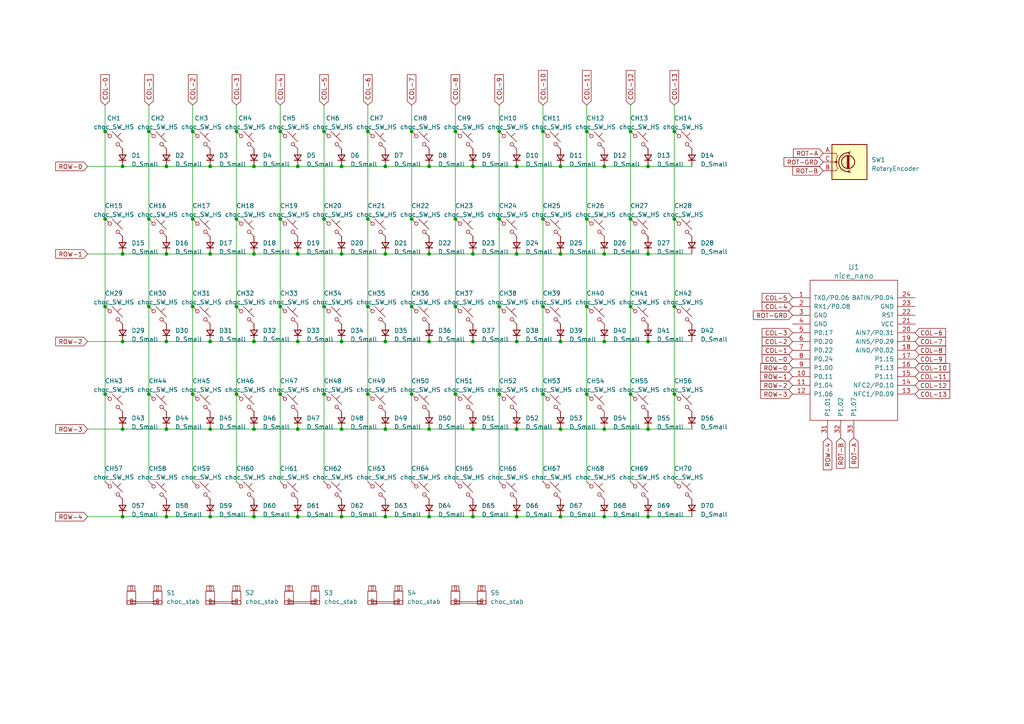
<source format=kicad_sch>
(kicad_sch (version 20230121) (generator eeschema)
  (paper "A4")
  (junction (at 68.58 88.9))
  (junction (at 119.38 38.1))
  (junction (at 132.08 114.3))
  (junction (at 175.26 48.26))
  (junction (at 137.16 124.46))
  (junction (at 73.66 73.66))
  (junction (at 68.58 38.1))
  (junction (at 170.18 63.5))
  (junction (at 99.06 99.06))
  (junction (at 195.58 38.1))
  (junction (at 43.18 88.9))
  (junction (at 149.86 99.06))
  (junction (at 86.36 99.06))
  (junction (at 35.56 73.66))
  (junction (at 182.88 114.3))
  (junction (at 48.26 149.86))
  (junction (at 175.26 149.86))
  (junction (at 30.48 88.9))
  (junction (at 60.96 124.46))
  (junction (at 137.16 149.86))
  (junction (at 99.06 48.26))
  (junction (at 111.76 48.26))
  (junction (at 111.76 124.46))
  (junction (at 195.58 114.3))
  (junction (at 35.56 99.06))
  (junction (at 187.96 99.06))
  (junction (at 30.48 114.3))
  (junction (at 111.76 73.66))
  (junction (at 106.68 63.5))
  (junction (at 68.58 63.5))
  (junction (at 48.26 73.66))
  (junction (at 30.48 38.1))
  (junction (at 60.96 48.26))
  (junction (at 55.88 114.3))
  (junction (at 60.96 99.06))
  (junction (at 195.58 63.5))
  (junction (at 170.18 38.1))
  (junction (at 93.98 114.3))
  (junction (at 60.96 149.86))
  (junction (at 86.36 124.46))
  (junction (at 182.88 38.1))
  (junction (at 137.16 99.06))
  (junction (at 43.18 114.3))
  (junction (at 175.26 99.06))
  (junction (at 86.36 48.26))
  (junction (at 35.56 149.86))
  (junction (at 68.58 114.3))
  (junction (at 43.18 63.5))
  (junction (at 124.46 124.46))
  (junction (at 137.16 48.26))
  (junction (at 48.26 99.06))
  (junction (at 119.38 63.5))
  (junction (at 86.36 73.66))
  (junction (at 144.78 114.3))
  (junction (at 187.96 48.26))
  (junction (at 157.48 63.5))
  (junction (at 55.88 63.5))
  (junction (at 182.88 63.5))
  (junction (at 149.86 73.66))
  (junction (at 149.86 149.86))
  (junction (at 124.46 73.66))
  (junction (at 111.76 99.06))
  (junction (at 55.88 38.1))
  (junction (at 162.56 48.26))
  (junction (at 48.26 124.46))
  (junction (at 182.88 88.9))
  (junction (at 149.86 48.26))
  (junction (at 48.26 48.26))
  (junction (at 149.86 124.46))
  (junction (at 195.58 88.9))
  (junction (at 175.26 124.46))
  (junction (at 170.18 114.3))
  (junction (at 93.98 88.9))
  (junction (at 144.78 88.9))
  (junction (at 162.56 99.06))
  (junction (at 124.46 99.06))
  (junction (at 55.88 88.9))
  (junction (at 73.66 48.26))
  (junction (at 43.18 38.1))
  (junction (at 106.68 88.9))
  (junction (at 73.66 124.46))
  (junction (at 86.36 149.86))
  (junction (at 93.98 63.5))
  (junction (at 187.96 124.46))
  (junction (at 119.38 88.9))
  (junction (at 170.18 88.9))
  (junction (at 81.28 114.3))
  (junction (at 73.66 99.06))
  (junction (at 93.98 38.1))
  (junction (at 132.08 88.9))
  (junction (at 187.96 73.66))
  (junction (at 106.68 114.3))
  (junction (at 144.78 63.5))
  (junction (at 162.56 149.86))
  (junction (at 81.28 38.1))
  (junction (at 187.96 149.86))
  (junction (at 73.66 149.86))
  (junction (at 119.38 114.3))
  (junction (at 157.48 38.1))
  (junction (at 111.76 149.86))
  (junction (at 60.96 73.66))
  (junction (at 124.46 48.26))
  (junction (at 30.48 63.5))
  (junction (at 162.56 73.66))
  (junction (at 132.08 38.1))
  (junction (at 157.48 88.9))
  (junction (at 99.06 149.86))
  (junction (at 144.78 38.1))
  (junction (at 132.08 63.5))
  (junction (at 175.26 73.66))
  (junction (at 35.56 48.26))
  (junction (at 81.28 88.9))
  (junction (at 162.56 124.46))
  (junction (at 81.28 63.5))
  (junction (at 106.68 38.1))
  (junction (at 124.46 149.86))
  (junction (at 137.16 73.66))
  (junction (at 99.06 73.66))
  (junction (at 157.48 114.3))
  (junction (at 35.56 124.46))
  (junction (at 99.06 124.46))
  (wire (pts (xy 25.4 149.86) (xy 35.56 149.86)))
  (wire (pts (xy 111.76 48.26) (xy 124.46 48.26)))
  (wire (pts (xy 157.48 30.48) (xy 157.48 38.1)))
  (wire (pts (xy 132.08 114.3) (xy 132.08 139.7)))
  (wire (pts (xy 124.46 99.06) (xy 137.16 99.06)))
  (wire (pts (xy 144.78 114.3) (xy 144.78 139.7)))
  (wire (pts (xy 73.66 48.26) (xy 86.36 48.26)))
  (wire (pts (xy 30.48 63.5) (xy 30.48 88.9)))
  (wire (pts (xy 157.48 63.5) (xy 157.48 88.9)))
  (wire (pts (xy 68.58 30.48) (xy 68.58 38.1)))
  (wire (pts (xy 144.78 88.9) (xy 144.78 114.3)))
  (wire (pts (xy 48.26 48.26) (xy 60.96 48.26)))
  (wire (pts (xy 170.18 114.3) (xy 170.18 139.7)))
  (wire (pts (xy 30.48 38.1) (xy 30.48 63.5)))
  (wire (pts (xy 187.96 99.06) (xy 200.66 99.06)))
  (wire (pts (xy 111.76 99.06) (xy 124.46 99.06)))
  (wire (pts (xy 149.86 124.46) (xy 162.56 124.46)))
  (wire (pts (xy 86.36 99.06) (xy 99.06 99.06)))
  (wire (pts (xy 60.96 149.86) (xy 73.66 149.86)))
  (wire (pts (xy 99.06 48.26) (xy 111.76 48.26)))
  (wire (pts (xy 124.46 124.46) (xy 137.16 124.46)))
  (wire (pts (xy 157.48 88.9) (xy 157.48 114.3)))
  (wire (pts (xy 137.16 99.06) (xy 149.86 99.06)))
  (wire (pts (xy 149.86 48.26) (xy 162.56 48.26)))
  (wire (pts (xy 170.18 38.1) (xy 170.18 63.5)))
  (wire (pts (xy 175.26 149.86) (xy 187.96 149.86)))
  (wire (pts (xy 60.96 48.26) (xy 73.66 48.26)))
  (wire (pts (xy 144.78 38.1) (xy 144.78 63.5)))
  (wire (pts (xy 25.4 48.26) (xy 35.56 48.26)))
  (wire (pts (xy 99.06 124.46) (xy 111.76 124.46)))
  (wire (pts (xy 195.58 30.48) (xy 195.58 38.1)))
  (wire (pts (xy 106.68 38.1) (xy 106.68 63.5)))
  (wire (pts (xy 162.56 124.46) (xy 175.26 124.46)))
  (wire (pts (xy 93.98 114.3) (xy 93.98 139.7)))
  (wire (pts (xy 162.56 73.66) (xy 175.26 73.66)))
  (wire (pts (xy 35.56 99.06) (xy 48.26 99.06)))
  (wire (pts (xy 137.16 124.46) (xy 149.86 124.46)))
  (wire (pts (xy 106.68 114.3) (xy 106.68 139.7)))
  (wire (pts (xy 30.48 114.3) (xy 30.48 139.7)))
  (wire (pts (xy 175.26 48.26) (xy 187.96 48.26)))
  (wire (pts (xy 43.18 88.9) (xy 43.18 114.3)))
  (wire (pts (xy 132.08 38.1) (xy 132.08 63.5)))
  (wire (pts (xy 170.18 30.48) (xy 170.18 38.1)))
  (wire (pts (xy 195.58 38.1) (xy 195.58 63.5)))
  (wire (pts (xy 48.26 149.86) (xy 60.96 149.86)))
  (wire (pts (xy 60.96 73.66) (xy 73.66 73.66)))
  (wire (pts (xy 81.28 88.9) (xy 81.28 114.3)))
  (wire (pts (xy 132.08 30.48) (xy 132.08 38.1)))
  (wire (pts (xy 124.46 48.26) (xy 137.16 48.26)))
  (wire (pts (xy 182.88 38.1) (xy 182.88 63.5)))
  (wire (pts (xy 43.18 38.1) (xy 43.18 63.5)))
  (wire (pts (xy 137.16 149.86) (xy 149.86 149.86)))
  (wire (pts (xy 43.18 30.48) (xy 43.18 38.1)))
  (wire (pts (xy 182.88 63.5) (xy 182.88 88.9)))
  (wire (pts (xy 99.06 73.66) (xy 111.76 73.66)))
  (wire (pts (xy 73.66 149.86) (xy 86.36 149.86)))
  (wire (pts (xy 73.66 73.66) (xy 86.36 73.66)))
  (wire (pts (xy 30.48 88.9) (xy 30.48 114.3)))
  (wire (pts (xy 157.48 114.3) (xy 157.48 139.7)))
  (wire (pts (xy 25.4 99.06) (xy 35.56 99.06)))
  (wire (pts (xy 124.46 73.66) (xy 137.16 73.66)))
  (wire (pts (xy 48.26 73.66) (xy 60.96 73.66)))
  (wire (pts (xy 149.86 73.66) (xy 162.56 73.66)))
  (wire (pts (xy 35.56 124.46) (xy 48.26 124.46)))
  (wire (pts (xy 99.06 99.06) (xy 111.76 99.06)))
  (wire (pts (xy 35.56 48.26) (xy 48.26 48.26)))
  (wire (pts (xy 81.28 63.5) (xy 81.28 88.9)))
  (wire (pts (xy 175.26 124.46) (xy 187.96 124.46)))
  (wire (pts (xy 35.56 149.86) (xy 48.26 149.86)))
  (wire (pts (xy 86.36 73.66) (xy 99.06 73.66)))
  (wire (pts (xy 187.96 73.66) (xy 200.66 73.66)))
  (wire (pts (xy 162.56 99.06) (xy 175.26 99.06)))
  (wire (pts (xy 73.66 99.06) (xy 86.36 99.06)))
  (wire (pts (xy 81.28 114.3) (xy 81.28 139.7)))
  (wire (pts (xy 195.58 63.5) (xy 195.58 88.9)))
  (wire (pts (xy 35.56 73.66) (xy 48.26 73.66)))
  (wire (pts (xy 93.98 63.5) (xy 93.98 88.9)))
  (wire (pts (xy 124.46 149.86) (xy 137.16 149.86)))
  (wire (pts (xy 119.38 114.3) (xy 119.38 139.7)))
  (wire (pts (xy 195.58 114.3) (xy 195.58 139.7)))
  (wire (pts (xy 170.18 88.9) (xy 170.18 114.3)))
  (wire (pts (xy 93.98 88.9) (xy 93.98 114.3)))
  (wire (pts (xy 25.4 73.66) (xy 35.56 73.66)))
  (wire (pts (xy 99.06 149.86) (xy 111.76 149.86)))
  (wire (pts (xy 43.18 63.5) (xy 43.18 88.9)))
  (wire (pts (xy 55.88 88.9) (xy 55.88 114.3)))
  (wire (pts (xy 182.88 30.48) (xy 182.88 38.1)))
  (wire (pts (xy 60.96 124.46) (xy 73.66 124.46)))
  (wire (pts (xy 119.38 88.9) (xy 119.38 114.3)))
  (wire (pts (xy 162.56 149.86) (xy 175.26 149.86)))
  (wire (pts (xy 55.88 114.3) (xy 55.88 139.7)))
  (wire (pts (xy 30.48 30.48) (xy 30.48 38.1)))
  (wire (pts (xy 48.26 124.46) (xy 60.96 124.46)))
  (wire (pts (xy 106.68 63.5) (xy 106.68 88.9)))
  (wire (pts (xy 149.86 99.06) (xy 162.56 99.06)))
  (wire (pts (xy 162.56 48.26) (xy 175.26 48.26)))
  (wire (pts (xy 81.28 30.48) (xy 81.28 38.1)))
  (wire (pts (xy 68.58 114.3) (xy 68.58 139.7)))
  (wire (pts (xy 106.68 30.48) (xy 106.68 38.1)))
  (wire (pts (xy 119.38 30.48) (xy 119.38 38.1)))
  (wire (pts (xy 43.18 114.3) (xy 43.18 139.7)))
  (wire (pts (xy 111.76 124.46) (xy 124.46 124.46)))
  (wire (pts (xy 48.26 99.06) (xy 60.96 99.06)))
  (wire (pts (xy 144.78 30.48) (xy 144.78 38.1)))
  (wire (pts (xy 93.98 30.48) (xy 93.98 38.1)))
  (wire (pts (xy 73.66 124.46) (xy 86.36 124.46)))
  (wire (pts (xy 86.36 149.86) (xy 99.06 149.86)))
  (wire (pts (xy 182.88 114.3) (xy 182.88 139.7)))
  (wire (pts (xy 170.18 63.5) (xy 170.18 88.9)))
  (wire (pts (xy 55.88 30.48) (xy 55.88 38.1)))
  (wire (pts (xy 182.88 88.9) (xy 182.88 114.3)))
  (wire (pts (xy 119.38 63.5) (xy 119.38 88.9)))
  (wire (pts (xy 187.96 124.46) (xy 200.66 124.46)))
  (wire (pts (xy 55.88 63.5) (xy 55.88 88.9)))
  (wire (pts (xy 149.86 149.86) (xy 162.56 149.86)))
  (wire (pts (xy 111.76 73.66) (xy 124.46 73.66)))
  (wire (pts (xy 175.26 99.06) (xy 187.96 99.06)))
  (wire (pts (xy 119.38 38.1) (xy 119.38 63.5)))
  (wire (pts (xy 93.98 38.1) (xy 93.98 63.5)))
  (wire (pts (xy 86.36 124.46) (xy 99.06 124.46)))
  (wire (pts (xy 157.48 38.1) (xy 157.48 63.5)))
  (wire (pts (xy 175.26 73.66) (xy 187.96 73.66)))
  (wire (pts (xy 187.96 48.26) (xy 200.66 48.26)))
  (wire (pts (xy 25.4 124.46) (xy 35.56 124.46)))
  (wire (pts (xy 60.96 99.06) (xy 73.66 99.06)))
  (wire (pts (xy 86.36 48.26) (xy 99.06 48.26)))
  (wire (pts (xy 68.58 38.1) (xy 68.58 63.5)))
  (wire (pts (xy 144.78 63.5) (xy 144.78 88.9)))
  (wire (pts (xy 55.88 38.1) (xy 55.88 63.5)))
  (wire (pts (xy 106.68 88.9) (xy 106.68 114.3)))
  (wire (pts (xy 81.28 38.1) (xy 81.28 63.5)))
  (wire (pts (xy 111.76 149.86) (xy 124.46 149.86)))
  (wire (pts (xy 137.16 73.66) (xy 149.86 73.66)))
  (wire (pts (xy 132.08 88.9) (xy 132.08 114.3)))
  (wire (pts (xy 68.58 63.5) (xy 68.58 88.9)))
  (wire (pts (xy 68.58 88.9) (xy 68.58 114.3)))
  (wire (pts (xy 187.96 149.86) (xy 200.66 149.86)))
  (wire (pts (xy 132.08 63.5) (xy 132.08 88.9)))
  (wire (pts (xy 137.16 48.26) (xy 149.86 48.26)))
  (wire (pts (xy 195.58 88.9) (xy 195.58 114.3)))
  (global_label "COL-2" (shape input) (at 229.87 99.06 180) (property "Intersheetrefs" "${INTERSHEET_REFS}" (effects hide)))
  (global_label "COL-7" (shape input) (at 119.38 30.48 90) (property "Intersheetrefs" "${INTERSHEET_REFS}" (effects hide)))
  (global_label "COL-5" (shape input) (at 93.98 30.48 90) (property "Intersheetrefs" "${INTERSHEET_REFS}" (effects hide)))
  (global_label "COL-6" (shape input) (at 265.43 96.52 0) (property "Intersheetrefs" "${INTERSHEET_REFS}" (effects hide)))
  (global_label "COL-1" (shape input) (at 43.18 30.48 90) (property "Intersheetrefs" "${INTERSHEET_REFS}" (effects hide)))
  (global_label "COL-3" (shape input) (at 68.58 30.48 90) (property "Intersheetrefs" "${INTERSHEET_REFS}" (effects hide)))
  (global_label "COL-12" (shape input) (at 265.43 111.76 0) (property "Intersheetrefs" "${INTERSHEET_REFS}" (effects hide)))
  (global_label "ROT-A" (shape input) (at 247.65 127 270) (property "Intersheetrefs" "${INTERSHEET_REFS}" (effects hide)))
  (global_label "COL-8" (shape input) (at 265.43 101.6 0) (property "Intersheetrefs" "${INTERSHEET_REFS}" (effects hide)))
  (global_label "COL-10" (shape input) (at 157.48 30.48 90) (property "Intersheetrefs" "${INTERSHEET_REFS}" (effects hide)))
  (global_label "COL-7" (shape input) (at 265.43 99.06 0) (property "Intersheetrefs" "${INTERSHEET_REFS}" (effects hide)))
  (global_label "COL-13" (shape input) (at 195.58 30.48 90) (property "Intersheetrefs" "${INTERSHEET_REFS}" (effects hide)))
  (global_label "COL-11" (shape input) (at 265.43 109.22 0) (property "Intersheetrefs" "${INTERSHEET_REFS}" (effects hide)))
  (global_label "COL-12" (shape input) (at 182.88 30.48 90) (property "Intersheetrefs" "${INTERSHEET_REFS}" (effects hide)))
  (global_label "COL-9" (shape input) (at 144.78 30.48 90) (property "Intersheetrefs" "${INTERSHEET_REFS}" (effects hide)))
  (global_label "ROW-2" (shape input) (at 229.87 111.76 180) (property "Intersheetrefs" "${INTERSHEET_REFS}" (effects hide)))
  (global_label "COL-9" (shape input) (at 265.43 104.14 0) (property "Intersheetrefs" "${INTERSHEET_REFS}" (effects hide)))
  (global_label "COL-2" (shape input) (at 55.88 30.48 90) (property "Intersheetrefs" "${INTERSHEET_REFS}" (effects hide)))
  (global_label "COL-0" (shape input) (at 229.87 104.14 180) (property "Intersheetrefs" "${INTERSHEET_REFS}" (effects hide)))
  (global_label "ROW-3" (shape input) (at 25.4 124.46 180) (property "Intersheetrefs" "${INTERSHEET_REFS}" (effects hide)))
  (global_label "ROW-3" (shape input) (at 229.87 114.3 180) (property "Intersheetrefs" "${INTERSHEET_REFS}" (effects hide)))
  (global_label "COL-6" (shape input) (at 106.68 30.48 90) (property "Intersheetrefs" "${INTERSHEET_REFS}" (effects hide)))
  (global_label "COL-1" (shape input) (at 229.87 101.6 180) (property "Intersheetrefs" "${INTERSHEET_REFS}" (effects hide)))
  (global_label "COL-5" (shape input) (at 229.87 86.36 180) (property "Intersheetrefs" "${INTERSHEET_REFS}" (effects hide)))
  (global_label "ROT-B" (shape input) (at 238.76 49.53 180) (property "Intersheetrefs" "${INTERSHEET_REFS}" (effects hide)))
  (global_label "ROT-B" (shape input) (at 243.84 127 270) (property "Intersheetrefs" "${INTERSHEET_REFS}" (effects hide)))
  (global_label "COL-3" (shape input) (at 229.87 96.52 180) (property "Intersheetrefs" "${INTERSHEET_REFS}" (effects hide)))
  (global_label "COL-13" (shape input) (at 265.43 114.3 0) (property "Intersheetrefs" "${INTERSHEET_REFS}" (effects hide)))
  (global_label "ROW-1" (shape input) (at 229.87 109.22 180) (property "Intersheetrefs" "${INTERSHEET_REFS}" (effects hide)))
  (global_label "ROW-4" (shape input) (at 25.4 149.86 180) (property "Intersheetrefs" "${INTERSHEET_REFS}" (effects hide)))
  (global_label "ROW-0" (shape input) (at 25.4 48.26 180) (property "Intersheetrefs" "${INTERSHEET_REFS}" (effects hide)))
  (global_label "ROT-GRD" (shape input) (at 238.76 46.99 180) (property "Intersheetrefs" "${INTERSHEET_REFS}" (effects hide)))
  (global_label "ROW-1" (shape input) (at 25.4 73.66 180) (property "Intersheetrefs" "${INTERSHEET_REFS}" (effects hide)))
  (global_label "ROW-0" (shape input) (at 229.87 106.68 180) (property "Intersheetrefs" "${INTERSHEET_REFS}" (effects hide)))
  (global_label "COL-11" (shape input) (at 170.18 30.48 90) (property "Intersheetrefs" "${INTERSHEET_REFS}" (effects hide)))
  (global_label "ROW-4" (shape input) (at 240.03 127 270) (property "Intersheetrefs" "${INTERSHEET_REFS}" (effects hide)))
  (global_label "ROT-A" (shape input) (at 238.76 44.45 180) (property "Intersheetrefs" "${INTERSHEET_REFS}" (effects hide)))
  (global_label "COL-10" (shape input) (at 265.43 106.68 0) (property "Intersheetrefs" "${INTERSHEET_REFS}" (effects hide)))
  (global_label "COL-8" (shape input) (at 132.08 30.48 90) (property "Intersheetrefs" "${INTERSHEET_REFS}" (effects hide)))
  (global_label "ROW-2" (shape input) (at 25.4 99.06 180) (property "Intersheetrefs" "${INTERSHEET_REFS}" (effects hide)))
  (global_label "ROT-GRD" (shape input) (at 229.87 91.44 180) (property "Intersheetrefs" "${INTERSHEET_REFS}" (effects hide)))
  (global_label "COL-4" (shape input) (at 229.87 88.9 180) (property "Intersheetrefs" "${INTERSHEET_REFS}" (effects hide)))
  (global_label "COL-0" (shape input) (at 30.48 30.48 90) (property "Intersheetrefs" "${INTERSHEET_REFS}" (effects hide)))
  (global_label "COL-4" (shape input) (at 81.28 30.48 90) (property "Intersheetrefs" "${INTERSHEET_REFS}" (effects hide)))
  (symbol (lib_id "marbastlib-choc:choc_SW_HS") (at 45.72 40.64 0) (unit 1)
    (property "Reference" "CH2" (at 45.72 34.29 0))
    (property "Value" "choc_SW_HS" (at 45.72 36.83 0))
    (property "Footprint" "marbastlib-choc:SW_choc_v1_HS_1u" (effects hide))
  )
  (symbol (lib_id "Device:D_Small") (at 111.76 71.12 90) (unit 1)
    (property "Reference" "D21" (at 114.3 70.485 90) (effects (justify right)))
    (property "Value" "D_Small" (at 114.3 73.025 90) (effects (justify right)))
    (property "Footprint" "Diode_SMD:D_SOD-123" (effects hide))
  )
  (symbol (lib_id "Device:D_Small") (at 48.26 121.92 90) (unit 1)
    (property "Reference" "D44" (at 50.8 121.285 90) (effects (justify right)))
    (property "Value" "D_Small" (at 50.8 123.825 90) (effects (justify right)))
    (property "Footprint" "Diode_SMD:D_SOD-123" (effects hide))
  )
  (symbol (lib_id "marbastlib-choc:choc_SW_HS") (at 172.72 142.24 0) (unit 1)
    (property "Reference" "CH68" (at 172.72 135.89 0))
    (property "Value" "choc_SW_HS" (at 172.72 138.43 0))
    (property "Footprint" "marbastlib-choc:SW_choc_v1_HS_1u" (effects hide))
  )
  (symbol (lib_id "marbastlib-choc:choc_SW_HS") (at 45.72 66.04 0) (unit 1)
    (property "Reference" "CH16" (at 45.72 59.69 0))
    (property "Value" "choc_SW_HS" (at 45.72 62.23 0))
    (property "Footprint" "marbastlib-choc:SW_choc_v1_HS_1u" (effects hide))
  )
  (symbol (lib_id "Device:D_Small") (at 99.06 45.72 90) (unit 1)
    (property "Reference" "D6" (at 101.6 45.085 90) (effects (justify right)))
    (property "Value" "D_Small" (at 101.6 47.625 90) (effects (justify right)))
    (property "Footprint" "Diode_SMD:D_SOD-123" (effects hide))
  )
  (symbol (lib_id "marbastlib-choc:choc_SW_HS") (at 134.62 66.04 0) (unit 1)
    (property "Reference" "CH23" (at 134.62 59.69 0))
    (property "Value" "choc_SW_HS" (at 134.62 62.23 0))
    (property "Footprint" "marbastlib-choc:SW_choc_v1_HS_1u" (effects hide))
  )
  (symbol (lib_id "Device:D_Small") (at 99.06 96.52 90) (unit 1)
    (property "Reference" "D34" (at 101.6 95.885 90) (effects (justify right)))
    (property "Value" "D_Small" (at 101.6 98.425 90) (effects (justify right)))
    (property "Footprint" "Diode_SMD:D_SOD-123" (effects hide))
  )
  (symbol (lib_id "Device:D_Small") (at 35.56 121.92 90) (unit 1)
    (property "Reference" "D43" (at 38.1 121.285 90) (effects (justify right)))
    (property "Value" "D_Small" (at 38.1 123.825 90) (effects (justify right)))
    (property "Footprint" "Diode_SMD:D_SOD-123" (effects hide))
  )
  (symbol (lib_id "Device:D_Small") (at 73.66 45.72 90) (unit 1)
    (property "Reference" "D4" (at 76.2 45.085 90) (effects (justify right)))
    (property "Value" "D_Small" (at 76.2 47.625 90) (effects (justify right)))
    (property "Footprint" "Diode_SMD:D_SOD-123" (effects hide))
  )
  (symbol (lib_id "nice_nano:nice_nano") (at 247.65 100.33 0) (unit 1)
    (property "Reference" "U1" (at 247.65 77.47 0) (effects (font (size 1.524 1.524))))
    (property "Value" "nice_nano" (at 247.65 80.01 0) (effects (font (size 1.524 1.524))))
    (property "Footprint" "nice-nano-kicad-master:nice_nano" (effects hide))
  )
  (symbol (lib_id "Device:D_Small") (at 200.66 71.12 90) (unit 1)
    (property "Reference" "D28" (at 203.2 70.485 90) (effects (justify right)))
    (property "Value" "D_Small" (at 203.2 73.025 90) (effects (justify right)))
    (property "Footprint" "Diode_SMD:D_SOD-123" (effects hide))
  )
  (symbol (lib_id "marbastlib-choc:choc_SW_HS") (at 71.12 142.24 0) (unit 1)
    (property "Reference" "CH60" (at 71.12 135.89 0))
    (property "Value" "choc_SW_HS" (at 71.12 138.43 0))
    (property "Footprint" "marbastlib-choc:SW_choc_v1_HS_1u" (effects hide))
  )
  (symbol (lib_id "Device:D_Small") (at 124.46 71.12 90) (unit 1)
    (property "Reference" "D22" (at 127 70.485 90) (effects (justify right)))
    (property "Value" "D_Small" (at 127 73.025 90) (effects (justify right)))
    (property "Footprint" "Diode_SMD:D_SOD-123" (effects hide))
  )
  (symbol (lib_id "Device:D_Small") (at 149.86 71.12 90) (unit 1)
    (property "Reference" "D24" (at 152.4 70.485 90) (effects (justify right)))
    (property "Value" "D_Small" (at 152.4 73.025 90) (effects (justify right)))
    (property "Footprint" "Diode_SMD:D_SOD-123" (effects hide))
  )
  (symbol (lib_id "Device:D_Small") (at 60.96 121.92 90) (unit 1)
    (property "Reference" "D45" (at 63.5 121.285 90) (effects (justify right)))
    (property "Value" "D_Small" (at 63.5 123.825 90) (effects (justify right)))
    (property "Footprint" "Diode_SMD:D_SOD-123" (effects hide))
  )
  (symbol (lib_id "marbastlib-choc:choc_SW_HS") (at 198.12 116.84 0) (unit 1)
    (property "Reference" "CH56" (at 198.12 110.49 0))
    (property "Value" "choc_SW_HS" (at 198.12 113.03 0))
    (property "Footprint" "marbastlib-choc:SW_choc_v1_HS_1u" (effects hide))
  )
  (symbol (lib_id "Device:D_Small") (at 187.96 71.12 90) (unit 1)
    (property "Reference" "D27" (at 190.5 70.485 90) (effects (justify right)))
    (property "Value" "D_Small" (at 190.5 73.025 90) (effects (justify right)))
    (property "Footprint" "Diode_SMD:D_SOD-123" (effects hide))
  )
  (symbol (lib_id "marbastlib-choc:choc_SW_HS") (at 109.22 142.24 0) (unit 1)
    (property "Reference" "CH63" (at 109.22 135.89 0))
    (property "Value" "choc_SW_HS" (at 109.22 138.43 0))
    (property "Footprint" "marbastlib-choc:SW_choc_v1_HS_1u" (effects hide))
  )
  (symbol (lib_id "marbastlib-choc:choc_SW_HS") (at 185.42 91.44 0) (unit 1)
    (property "Reference" "CH41" (at 185.42 85.09 0))
    (property "Value" "choc_SW_HS" (at 185.42 87.63 0))
    (property "Footprint" "marbastlib-choc:SW_choc_v1_HS_1u" (effects hide))
  )
  (symbol (lib_id "marbastlib-choc:choc_SW_HS") (at 147.32 66.04 0) (unit 1)
    (property "Reference" "CH24" (at 147.32 59.69 0))
    (property "Value" "choc_SW_HS" (at 147.32 62.23 0))
    (property "Footprint" "marbastlib-choc:SW_choc_v1_HS_1u" (effects hide))
  )
  (symbol (lib_id "marbastlib-choc:choc_SW_HS") (at 83.82 116.84 0) (unit 1)
    (property "Reference" "CH47" (at 83.82 110.49 0))
    (property "Value" "choc_SW_HS" (at 83.82 113.03 0))
    (property "Footprint" "marbastlib-choc:SW_choc_v1_HS_1u" (effects hide))
  )
  (symbol (lib_id "marbastlib-choc:choc_SW_HS") (at 160.02 91.44 0) (unit 1)
    (property "Reference" "CH39" (at 160.02 85.09 0))
    (property "Value" "choc_SW_HS" (at 160.02 87.63 0))
    (property "Footprint" "marbastlib-choc:SW_choc_v1_HS_1u" (effects hide))
  )
  (symbol (lib_id "Device:D_Small") (at 162.56 147.32 90) (unit 1)
    (property "Reference" "D67" (at 165.1 146.685 90) (effects (justify right)))
    (property "Value" "D_Small" (at 165.1 149.225 90) (effects (justify right)))
    (property "Footprint" "Diode_SMD:D_SOD-123" (effects hide))
  )
  (symbol (lib_id "Device:D_Small") (at 86.36 45.72 90) (unit 1)
    (property "Reference" "D5" (at 88.9 45.085 90) (effects (justify right)))
    (property "Value" "D_Small" (at 88.9 47.625 90) (effects (justify right)))
    (property "Footprint" "Diode_SMD:D_SOD-123" (effects hide))
  )
  (symbol (lib_id "Device:D_Small") (at 73.66 147.32 90) (unit 1)
    (property "Reference" "D60" (at 76.2 146.685 90) (effects (justify right)))
    (property "Value" "D_Small" (at 76.2 149.225 90) (effects (justify right)))
    (property "Footprint" "Diode_SMD:D_SOD-123" (effects hide))
  )
  (symbol (lib_id "Device:D_Small") (at 200.66 121.92 90) (unit 1)
    (property "Reference" "D56" (at 203.2 121.285 90) (effects (justify right)))
    (property "Value" "D_Small" (at 203.2 123.825 90) (effects (justify right)))
    (property "Footprint" "Diode_SMD:D_SOD-123" (effects hide))
  )
  (symbol (lib_id "Device:D_Small") (at 60.96 45.72 90) (unit 1)
    (property "Reference" "D3" (at 63.5 45.085 90) (effects (justify right)))
    (property "Value" "D_Small" (at 63.5 47.625 90) (effects (justify right)))
    (property "Footprint" "Diode_SMD:D_SOD-123" (effects hide))
  )
  (symbol (lib_id "Device:D_Small") (at 124.46 147.32 90) (unit 1)
    (property "Reference" "D64" (at 127 146.685 90) (effects (justify right)))
    (property "Value" "D_Small" (at 127 149.225 90) (effects (justify right)))
    (property "Footprint" "Diode_SMD:D_SOD-123" (effects hide))
  )
  (symbol (lib_id "Device:D_Small") (at 200.66 147.32 90) (unit 1)
    (property "Reference" "D70" (at 203.2 146.685 90) (effects (justify right)))
    (property "Value" "D_Small" (at 203.2 149.225 90) (effects (justify right)))
    (property "Footprint" "Diode_SMD:D_SOD-123" (effects hide))
  )
  (symbol (lib_id "Device:D_Small") (at 86.36 147.32 90) (unit 1)
    (property "Reference" "D61" (at 88.9 146.685 90) (effects (justify right)))
    (property "Value" "D_Small" (at 88.9 149.225 90) (effects (justify right)))
    (property "Footprint" "Diode_SMD:D_SOD-123" (effects hide))
  )
  (symbol (lib_id "Device:D_Small") (at 137.16 45.72 90) (unit 1)
    (property "Reference" "D9" (at 139.7 45.085 90) (effects (justify right)))
    (property "Value" "D_Small" (at 139.7 47.625 90) (effects (justify right)))
    (property "Footprint" "Diode_SMD:D_SOD-123" (effects hide))
  )
  (symbol (lib_id "marbastlib-choc:choc_SW_HS") (at 71.12 40.64 0) (unit 1)
    (property "Reference" "CH4" (at 71.12 34.29 0))
    (property "Value" "choc_SW_HS" (at 71.12 36.83 0))
    (property "Footprint" "marbastlib-choc:SW_choc_v1_HS_1u" (effects hide))
  )
  (symbol (lib_id "Device:D_Small") (at 60.96 147.32 90) (unit 1)
    (property "Reference" "D59" (at 63.5 146.685 90) (effects (justify right)))
    (property "Value" "D_Small" (at 63.5 149.225 90) (effects (justify right)))
    (property "Footprint" "Diode_SMD:D_SOD-123" (effects hide))
  )
  (symbol (lib_id "marbastlib-choc:choc_SW_HS") (at 83.82 66.04 0) (unit 1)
    (property "Reference" "CH19" (at 83.82 59.69 0))
    (property "Value" "choc_SW_HS" (at 83.82 62.23 0))
    (property "Footprint" "marbastlib-choc:SW_choc_v1_HS_1u" (effects hide))
  )
  (symbol (lib_id "Device:D_Small") (at 48.26 147.32 90) (unit 1)
    (property "Reference" "D58" (at 50.8 146.685 90) (effects (justify right)))
    (property "Value" "D_Small" (at 50.8 149.225 90) (effects (justify right)))
    (property "Footprint" "Diode_SMD:D_SOD-123" (effects hide))
  )
  (symbol (lib_id "Device:D_Small") (at 111.76 121.92 90) (unit 1)
    (property "Reference" "D49" (at 114.3 121.285 90) (effects (justify right)))
    (property "Value" "D_Small" (at 114.3 123.825 90) (effects (justify right)))
    (property "Footprint" "Diode_SMD:D_SOD-123" (effects hide))
  )
  (symbol (lib_id "marbastlib-choc:choc_SW_HS") (at 71.12 116.84 0) (unit 1)
    (property "Reference" "CH46" (at 71.12 110.49 0))
    (property "Value" "choc_SW_HS" (at 71.12 113.03 0))
    (property "Footprint" "marbastlib-choc:SW_choc_v1_HS_1u" (effects hide))
  )
  (symbol (lib_id "Device:D_Small") (at 111.76 147.32 90) (unit 1)
    (property "Reference" "D63" (at 114.3 146.685 90) (effects (justify right)))
    (property "Value" "D_Small" (at 114.3 149.225 90) (effects (justify right)))
    (property "Footprint" "Diode_SMD:D_SOD-123" (effects hide))
  )
  (symbol (lib_id "Device:D_Small") (at 149.86 121.92 90) (unit 1)
    (property "Reference" "D52" (at 152.4 121.285 90) (effects (justify right)))
    (property "Value" "D_Small" (at 152.4 123.825 90) (effects (justify right)))
    (property "Footprint" "Diode_SMD:D_SOD-123" (effects hide))
  )
  (symbol (lib_id "Device:D_Small") (at 124.46 121.92 90) (unit 1)
    (property "Reference" "D50" (at 127 121.285 90) (effects (justify right)))
    (property "Value" "D_Small" (at 127 123.825 90) (effects (justify right)))
    (property "Footprint" "Diode_SMD:D_SOD-123" (effects hide))
  )
  (symbol (lib_id "Device:D_Small") (at 73.66 96.52 90) (unit 1)
    (property "Reference" "D32" (at 76.2 95.885 90) (effects (justify right)))
    (property "Value" "D_Small" (at 76.2 98.425 90) (effects (justify right)))
    (property "Footprint" "Diode_SMD:D_SOD-123" (effects hide))
  )
  (symbol (lib_id "marbastlib-choc:choc_SW_HS") (at 58.42 91.44 0) (unit 1)
    (property "Reference" "CH31" (at 58.42 85.09 0))
    (property "Value" "choc_SW_HS" (at 58.42 87.63 0))
    (property "Footprint" "marbastlib-choc:SW_choc_v1_HS_1u" (effects hide))
  )
  (symbol (lib_id "marbastlib-choc:choc_SW_HS") (at 134.62 116.84 0) (unit 1)
    (property "Reference" "CH51" (at 134.62 110.49 0))
    (property "Value" "choc_SW_HS" (at 134.62 113.03 0))
    (property "Footprint" "marbastlib-choc:SW_choc_v1_HS_1u" (effects hide))
  )
  (symbol (lib_id "Device:D_Small") (at 48.26 45.72 90) (unit 1)
    (property "Reference" "D2" (at 50.8 45.085 90) (effects (justify right)))
    (property "Value" "D_Small" (at 50.8 47.625 90) (effects (justify right)))
    (property "Footprint" "Diode_SMD:D_SOD-123" (effects hide))
  )
  (symbol (lib_id "marbastlib-choc:choc_SW_HS") (at 147.32 142.24 0) (unit 1)
    (property "Reference" "CH66" (at 147.32 135.89 0))
    (property "Value" "choc_SW_HS" (at 147.32 138.43 0))
    (property "Footprint" "marbastlib-choc:SW_choc_v1_HS_1.25u" (effects hide))
  )
  (symbol (lib_id "marbastlib-choc:choc_SW_HS") (at 172.72 40.64 0) (unit 1)
    (property "Reference" "CH12" (at 172.72 34.29 0))
    (property "Value" "choc_SW_HS" (at 172.72 36.83 0))
    (property "Footprint" "marbastlib-choc:SW_choc_v1_HS_1u" (effects hide))
  )
  (symbol (lib_id "Device:D_Small") (at 149.86 96.52 90) (unit 1)
    (property "Reference" "D38" (at 152.4 95.885 90) (effects (justify right)))
    (property "Value" "D_Small" (at 152.4 98.425 90) (effects (justify right)))
    (property "Footprint" "Diode_SMD:D_SOD-123" (effects hide))
  )
  (symbol (lib_id "marbastlib-choc:choc_SW_HS") (at 198.12 66.04 0) (unit 1)
    (property "Reference" "CH28" (at 198.12 59.69 0))
    (property "Value" "choc_SW_HS" (at 198.12 62.23 0))
    (property "Footprint" "marbastlib-choc:SW_choc_v1_HS_1.5u" (effects hide))
  )
  (symbol (lib_id "Device:D_Small") (at 73.66 71.12 90) (unit 1)
    (property "Reference" "D18" (at 76.2 70.485 90) (effects (justify right)))
    (property "Value" "D_Small" (at 76.2 73.025 90) (effects (justify right)))
    (property "Footprint" "Diode_SMD:D_SOD-123" (effects hide))
  )
  (symbol (lib_id "Device:D_Small") (at 175.26 121.92 90) (unit 1)
    (property "Reference" "D54" (at 177.8 121.285 90) (effects (justify right)))
    (property "Value" "D_Small" (at 177.8 123.825 90) (effects (justify right)))
    (property "Footprint" "Diode_SMD:D_SOD-123" (effects hide))
  )
  (symbol (lib_id "marbastlib-choc:choc_SW_HS") (at 71.12 66.04 0) (unit 1)
    (property "Reference" "CH18" (at 71.12 59.69 0))
    (property "Value" "choc_SW_HS" (at 71.12 62.23 0))
    (property "Footprint" "marbastlib-choc:SW_choc_v1_HS_1u" (effects hide))
  )
  (symbol (lib_id "Device:D_Small") (at 137.16 71.12 90) (unit 1)
    (property "Reference" "D23" (at 139.7 70.485 90) (effects (justify right)))
    (property "Value" "D_Small" (at 139.7 73.025 90) (effects (justify right)))
    (property "Footprint" "Diode_SMD:D_SOD-123" (effects hide))
  )
  (symbol (lib_id "Device:RotaryEncoder") (at 246.38 46.99 0) (unit 1)
    (property "Reference" "SW1" (at 252.73 46.355 0) (effects (justify left)))
    (property "Value" "RotaryEncoder" (at 252.73 48.895 0) (effects (justify left)))
    (property "Footprint" "Rotary_Encoder:RotaryEncoder_Alps_EC12E_Vertical_H20mm" (effects hide))
  )
  (symbol (lib_id "marbastlib-choc:choc_SW_HS") (at 185.42 116.84 0) (unit 1)
    (property "Reference" "CH55" (at 185.42 110.49 0))
    (property "Value" "choc_SW_HS" (at 185.42 113.03 0))
    (property "Footprint" "marbastlib-choc:SW_choc_v1_HS_1u" (effects hide))
  )
  (symbol (lib_id "marbastlib-choc:choc_SW_HS") (at 96.52 66.04 0) (unit 1)
    (property "Reference" "CH20" (at 96.52 59.69 0))
    (property "Value" "choc_SW_HS" (at 96.52 62.23 0))
    (property "Footprint" "marbastlib-choc:SW_choc_v1_HS_1u" (effects hide))
  )
  (symbol (lib_id "marbastlib-choc:choc_SW_HS") (at 109.22 116.84 0) (unit 1)
    (property "Reference" "CH49" (at 109.22 110.49 0))
    (property "Value" "choc_SW_HS" (at 109.22 113.03 0))
    (property "Footprint" "marbastlib-choc:SW_choc_v1_HS_1u" (effects hide))
  )
  (symbol (lib_id "marbastlib-choc:choc_SW_HS") (at 33.02 40.64 0) (unit 1)
    (property "Reference" "CH1" (at 33.02 34.29 0))
    (property "Value" "choc_SW_HS" (at 33.02 36.83 0))
    (property "Footprint" "marbastlib-choc:SW_choc_v1_HS_1u" (effects hide))
  )
  (symbol (lib_id "marbastlib-choc:choc_SW_HS") (at 147.32 91.44 0) (unit 1)
    (property "Reference" "CH38" (at 147.32 85.09 0))
    (property "Value" "choc_SW_HS" (at 147.32 87.63 0))
    (property "Footprint" "marbastlib-choc:SW_choc_v1_HS_1u" (effects hide))
  )
  (symbol (lib_id "marbastlib-choc:choc_SW_HS") (at 33.02 66.04 0) (unit 1)
    (property "Reference" "CH15" (at 33.02 59.69 0))
    (property "Value" "choc_SW_HS" (at 33.02 62.23 0))
    (property "Footprint" "marbastlib-choc:SW_choc_v1_HS_1.5u" (effects hide))
  )
  (symbol (lib_id "Device:D_Small") (at 149.86 147.32 90) (unit 1)
    (property "Reference" "D66" (at 152.4 146.685 90) (effects (justify right)))
    (property "Value" "D_Small" (at 152.4 149.225 90) (effects (justify right)))
    (property "Footprint" "Diode_SMD:D_SOD-123" (effects hide))
  )
  (symbol (lib_id "marbastlib-choc:choc_stab") (at 135.89 172.72 0) (unit 1)
    (property "Reference" "S5" (at 142.24 171.958 0) (effects (justify left)))
    (property "Value" "choc_stab" (at 142.24 174.498 0) (effects (justify left)))
    (property "Footprint" "marbastlib-xp-choc:STAB_choc_2u" (effects hide))
  )
  (symbol (lib_id "marbastlib-choc:choc_SW_HS") (at 96.52 40.64 0) (unit 1)
    (property "Reference" "CH6" (at 96.52 34.29 0))
    (property "Value" "choc_SW_HS" (at 96.52 36.83 0))
    (property "Footprint" "marbastlib-choc:SW_choc_v1_HS_1u" (effects hide))
  )
  (symbol (lib_id "Device:D_Small") (at 149.86 45.72 90) (unit 1)
    (property "Reference" "D10" (at 152.4 45.085 90) (effects (justify right)))
    (property "Value" "D_Small" (at 152.4 47.625 90) (effects (justify right)))
    (property "Footprint" "Diode_SMD:D_SOD-123" (effects hide))
  )
  (symbol (lib_id "Device:D_Small") (at 86.36 121.92 90) (unit 1)
    (property "Reference" "D47" (at 88.9 121.285 90) (effects (justify right)))
    (property "Value" "D_Small" (at 88.9 123.825 90) (effects (justify right)))
    (property "Footprint" "Diode_SMD:D_SOD-123" (effects hide))
  )
  (symbol (lib_id "Device:D_Small") (at 162.56 71.12 90) (unit 1)
    (property "Reference" "D25" (at 165.1 70.485 90) (effects (justify right)))
    (property "Value" "D_Small" (at 165.1 73.025 90) (effects (justify right)))
    (property "Footprint" "Diode_SMD:D_SOD-123" (effects hide))
  )
  (symbol (lib_id "marbastlib-choc:choc_SW_HS") (at 58.42 40.64 0) (unit 1)
    (property "Reference" "CH3" (at 58.42 34.29 0))
    (property "Value" "choc_SW_HS" (at 58.42 36.83 0))
    (property "Footprint" "marbastlib-choc:SW_choc_v1_HS_1u" (effects hide))
  )
  (symbol (lib_id "marbastlib-choc:choc_SW_HS") (at 160.02 142.24 0) (unit 1)
    (property "Reference" "CH67" (at 160.02 135.89 0))
    (property "Value" "choc_SW_HS" (at 160.02 138.43 0))
    (property "Footprint" "marbastlib-choc:SW_choc_v1_HS_1u" (effects hide))
  )
  (symbol (lib_id "Device:D_Small") (at 137.16 147.32 90) (unit 1)
    (property "Reference" "D65" (at 139.7 146.685 90) (effects (justify right)))
    (property "Value" "D_Small" (at 139.7 149.225 90) (effects (justify right)))
    (property "Footprint" "Diode_SMD:D_SOD-123" (effects hide))
  )
  (symbol (lib_id "Device:D_Small") (at 175.26 71.12 90) (unit 1)
    (property "Reference" "D26" (at 177.8 70.485 90) (effects (justify right)))
    (property "Value" "D_Small" (at 177.8 73.025 90) (effects (justify right)))
    (property "Footprint" "Diode_SMD:D_SOD-123" (effects hide))
  )
  (symbol (lib_id "marbastlib-choc:choc_SW_HS") (at 172.72 66.04 0) (unit 1)
    (property "Reference" "CH26" (at 172.72 59.69 0))
    (property "Value" "choc_SW_HS" (at 172.72 62.23 0))
    (property "Footprint" "marbastlib-choc:SW_choc_v1_HS_1u" (effects hide))
  )
  (symbol (lib_id "Device:D_Small") (at 99.06 121.92 90) (unit 1)
    (property "Reference" "D48" (at 101.6 121.285 90) (effects (justify right)))
    (property "Value" "D_Small" (at 101.6 123.825 90) (effects (justify right)))
    (property "Footprint" "Diode_SMD:D_SOD-123" (effects hide))
  )
  (symbol (lib_id "marbastlib-choc:choc_SW_HS") (at 58.42 142.24 0) (unit 1)
    (property "Reference" "CH59" (at 58.42 135.89 0))
    (property "Value" "choc_SW_HS" (at 58.42 138.43 0))
    (property "Footprint" "marbastlib-choc:SW_choc_v1_HS_1.25u" (effects hide))
  )
  (symbol (lib_id "Device:D_Small") (at 48.26 96.52 90) (unit 1)
    (property "Reference" "D30" (at 50.8 95.885 90) (effects (justify right)))
    (property "Value" "D_Small" (at 50.8 98.425 90) (effects (justify right)))
    (property "Footprint" "Diode_SMD:D_SOD-123" (effects hide))
  )
  (symbol (lib_id "marbastlib-choc:choc_SW_HS") (at 185.42 66.04 0) (unit 1)
    (property "Reference" "CH27" (at 185.42 59.69 0))
    (property "Value" "choc_SW_HS" (at 185.42 62.23 0))
    (property "Footprint" "marbastlib-choc:SW_choc_v1_HS_1u" (effects hide))
  )
  (symbol (lib_id "marbastlib-choc:choc_SW_HS") (at 45.72 142.24 0) (unit 1)
    (property "Reference" "CH58" (at 45.72 135.89 0))
    (property "Value" "choc_SW_HS" (at 45.72 138.43 0))
    (property "Footprint" "marbastlib-choc:SW_choc_v1_HS_1.25u" (effects hide))
  )
  (symbol (lib_id "Device:D_Small") (at 187.96 45.72 90) (unit 1)
    (property "Reference" "D13" (at 190.5 45.085 90) (effects (justify right)))
    (property "Value" "D_Small" (at 190.5 47.625 90) (effects (justify right)))
    (property "Footprint" "Diode_SMD:D_SOD-123" (effects hide))
  )
  (symbol (lib_id "marbastlib-choc:choc_SW_HS") (at 198.12 91.44 0) (unit 1)
    (property "Reference" "CH42" (at 198.12 85.09 0))
    (property "Value" "choc_SW_HS" (at 198.12 87.63 0))
    (property "Footprint" "marbastlib-choc:SW_choc_v1_HS_1u" (effects hide))
  )
  (symbol (lib_id "Device:D_Small") (at 175.26 45.72 90) (unit 1)
    (property "Reference" "D12" (at 177.8 45.085 90) (effects (justify right)))
    (property "Value" "D_Small" (at 177.8 47.625 90) (effects (justify right)))
    (property "Footprint" "Diode_SMD:D_SOD-123" (effects hide))
  )
  (symbol (lib_id "marbastlib-choc:choc_SW_HS") (at 109.22 40.64 0) (unit 1)
    (property "Reference" "CH7" (at 109.22 34.29 0))
    (property "Value" "choc_SW_HS" (at 109.22 36.83 0))
    (property "Footprint" "marbastlib-choc:SW_choc_v1_HS_1u" (effects hide))
  )
  (symbol (lib_id "Device:D_Small") (at 99.06 147.32 90) (unit 1)
    (property "Reference" "D62" (at 101.6 146.685 90) (effects (justify right)))
    (property "Value" "D_Small" (at 101.6 149.225 90) (effects (justify right)))
    (property "Footprint" "Diode_SMD:D_SOD-123" (effects hide))
  )
  (symbol (lib_id "marbastlib-choc:choc_stab") (at 41.91 172.72 0) (unit 1)
    (property "Reference" "S1" (at 48.26 171.958 0) (effects (justify left)))
    (property "Value" "choc_stab" (at 48.26 174.498 0) (effects (justify left)))
    (property "Footprint" "marbastlib-xp-choc:STAB_choc_2u" (effects hide))
  )
  (symbol (lib_id "marbastlib-choc:choc_SW_HS") (at 33.02 116.84 0) (unit 1)
    (property "Reference" "CH43" (at 33.02 110.49 0))
    (property "Value" "choc_SW_HS" (at 33.02 113.03 0))
    (property "Footprint" "marbastlib-choc:SW_choc_v1_HS_1u" (effects hide))
  )
  (symbol (lib_id "Device:D_Small") (at 35.56 147.32 90) (unit 1)
    (property "Reference" "D57" (at 38.1 146.685 90) (effects (justify right)))
    (property "Value" "D_Small" (at 38.1 149.225 90) (effects (justify right)))
    (property "Footprint" "Diode_SMD:D_SOD-123" (effects hide))
  )
  (symbol (lib_id "marbastlib-choc:choc_SW_HS") (at 121.92 91.44 0) (unit 1)
    (property "Reference" "CH36" (at 121.92 85.09 0))
    (property "Value" "choc_SW_HS" (at 121.92 87.63 0))
    (property "Footprint" "marbastlib-choc:SW_choc_v1_HS_1u" (effects hide))
  )
  (symbol (lib_id "marbastlib-choc:choc_SW_HS") (at 121.92 142.24 0) (unit 1)
    (property "Reference" "CH64" (at 121.92 135.89 0))
    (property "Value" "choc_SW_HS" (at 121.92 138.43 0))
    (property "Footprint" "marbastlib-choc:SW_choc_v1_HS_1u" (effects hide))
  )
  (symbol (lib_id "Device:D_Small") (at 35.56 96.52 90) (unit 1)
    (property "Reference" "D29" (at 38.1 95.885 90) (effects (justify right)))
    (property "Value" "D_Small" (at 38.1 98.425 90) (effects (justify right)))
    (property "Footprint" "Diode_SMD:D_SOD-123" (effects hide))
  )
  (symbol (lib_id "marbastlib-choc:choc_SW_HS") (at 58.42 116.84 0) (unit 1)
    (property "Reference" "CH45" (at 58.42 110.49 0))
    (property "Value" "choc_SW_HS" (at 58.42 113.03 0))
    (property "Footprint" "marbastlib-choc:SW_choc_v1_HS_1u" (effects hide))
  )
  (symbol (lib_id "Device:D_Small") (at 60.96 96.52 90) (unit 1)
    (property "Reference" "D31" (at 63.5 95.885 90) (effects (justify right)))
    (property "Value" "D_Small" (at 63.5 98.425 90) (effects (justify right)))
    (property "Footprint" "Diode_SMD:D_SOD-123" (effects hide))
  )
  (symbol (lib_id "Device:D_Small") (at 187.96 147.32 90) (unit 1)
    (property "Reference" "D69" (at 190.5 146.685 90) (effects (justify right)))
    (property "Value" "D_Small" (at 190.5 149.225 90) (effects (justify right)))
    (property "Footprint" "Diode_SMD:D_SOD-123" (effects hide))
  )
  (symbol (lib_id "marbastlib-choc:choc_SW_HS") (at 71.12 91.44 0) (unit 1)
    (property "Reference" "CH32" (at 71.12 85.09 0))
    (property "Value" "choc_SW_HS" (at 71.12 87.63 0))
    (property "Footprint" "marbastlib-choc:SW_choc_v1_HS_1u" (effects hide))
  )
  (symbol (lib_id "marbastlib-choc:choc_SW_HS") (at 121.92 40.64 0) (unit 1)
    (property "Reference" "CH8" (at 121.92 34.29 0))
    (property "Value" "choc_SW_HS" (at 121.92 36.83 0))
    (property "Footprint" "marbastlib-choc:SW_choc_v1_HS_1u" (effects hide))
  )
  (symbol (lib_id "Device:D_Small") (at 111.76 45.72 90) (unit 1)
    (property "Reference" "D7" (at 114.3 45.085 90) (effects (justify right)))
    (property "Value" "D_Small" (at 114.3 47.625 90) (effects (justify right)))
    (property "Footprint" "Diode_SMD:D_SOD-123" (effects hide))
  )
  (symbol (lib_id "Device:D_Small") (at 137.16 121.92 90) (unit 1)
    (property "Reference" "D51" (at 139.7 121.285 90) (effects (justify right)))
    (property "Value" "D_Small" (at 139.7 123.825 90) (effects (justify right)))
    (property "Footprint" "Diode_SMD:D_SOD-123" (effects hide))
  )
  (symbol (lib_id "marbastlib-choc:choc_SW_HS") (at 109.22 66.04 0) (unit 1)
    (property "Reference" "CH21" (at 109.22 59.69 0))
    (property "Value" "choc_SW_HS" (at 109.22 62.23 0))
    (property "Footprint" "marbastlib-choc:SW_choc_v1_HS_1u" (effects hide))
  )
  (symbol (lib_id "marbastlib-choc:choc_SW_HS") (at 160.02 116.84 0) (unit 1)
    (property "Reference" "CH53" (at 160.02 110.49 0))
    (property "Value" "choc_SW_HS" (at 160.02 113.03 0))
    (property "Footprint" "marbastlib-choc:SW_choc_v1_HS_1u" (effects hide))
  )
  (symbol (lib_id "Device:D_Small") (at 35.56 71.12 90) (unit 1)
    (property "Reference" "D15" (at 38.1 70.485 90) (effects (justify right)))
    (property "Value" "D_Small" (at 38.1 73.025 90) (effects (justify right)))
    (property "Footprint" "Diode_SMD:D_SOD-123" (effects hide))
  )
  (symbol (lib_id "Device:D_Small") (at 137.16 96.52 90) (unit 1)
    (property "Reference" "D37" (at 139.7 95.885 90) (effects (justify right)))
    (property "Value" "D_Small" (at 139.7 98.425 90) (effects (justify right)))
    (property "Footprint" "Diode_SMD:D_SOD-123" (effects hide))
  )
  (symbol (lib_id "Device:D_Small") (at 73.66 121.92 90) (unit 1)
    (property "Reference" "D46" (at 76.2 121.285 90) (effects (justify right)))
    (property "Value" "D_Small" (at 76.2 123.825 90) (effects (justify right)))
    (property "Footprint" "Diode_SMD:D_SOD-123" (effects hide))
  )
  (symbol (lib_id "marbastlib-choc:choc_SW_HS") (at 45.72 91.44 0) (unit 1)
    (property "Reference" "CH30" (at 45.72 85.09 0))
    (property "Value" "choc_SW_HS" (at 45.72 87.63 0))
    (property "Footprint" "marbastlib-choc:SW_choc_v1_HS_1u" (effects hide))
  )
  (symbol (lib_id "marbastlib-choc:choc_SW_HS") (at 147.32 116.84 0) (unit 1)
    (property "Reference" "CH52" (at 147.32 110.49 0))
    (property "Value" "choc_SW_HS" (at 147.32 113.03 0))
    (property "Footprint" "marbastlib-choc:SW_choc_v1_HS_1u" (effects hide))
  )
  (symbol (lib_id "Device:D_Small") (at 35.56 45.72 90) (unit 1)
    (property "Reference" "D1" (at 38.1 45.085 90) (effects (justify right)))
    (property "Value" "D_Small" (at 38.1 47.625 90) (effects (justify right)))
    (property "Footprint" "Diode_SMD:D_SOD-123" (effects hide))
  )
  (symbol (lib_id "Device:D_Small") (at 48.26 71.12 90) (unit 1)
    (property "Reference" "D16" (at 50.8 70.485 90) (effects (justify right)))
    (property "Value" "D_Small" (at 50.8 73.025 90) (effects (justify right)))
    (property "Footprint" "Diode_SMD:D_SOD-123" (effects hide))
  )
  (symbol (lib_id "Device:D_Small") (at 86.36 96.52 90) (unit 1)
    (property "Reference" "D33" (at 88.9 95.885 90) (effects (justify right)))
    (property "Value" "D_Small" (at 88.9 98.425 90) (effects (justify right)))
    (property "Footprint" "Diode_SMD:D_SOD-123" (effects hide))
  )
  (symbol (lib_id "marbastlib-choc:choc_SW_HS") (at 33.02 91.44 0) (unit 1)
    (property "Reference" "CH29" (at 33.02 85.09 0))
    (property "Value" "choc_SW_HS" (at 33.02 87.63 0))
    (property "Footprint" "marbastlib-choc:SW_choc_v1_HS_1.75u" (effects hide))
  )
  (symbol (lib_id "marbastlib-choc:choc_SW_HS") (at 160.02 66.04 0) (unit 1)
    (property "Reference" "CH25" (at 160.02 59.69 0))
    (property "Value" "choc_SW_HS" (at 160.02 62.23 0))
    (property "Footprint" "marbastlib-choc:SW_choc_v1_HS_1u" (effects hide))
  )
  (symbol (lib_id "Device:D_Small") (at 162.56 96.52 90) (unit 1)
    (property "Reference" "D39" (at 165.1 95.885 90) (effects (justify right)))
    (property "Value" "D_Small" (at 165.1 98.425 90) (effects (justify right)))
    (property "Footprint" "Diode_SMD:D_SOD-123" (effects hide))
  )
  (symbol (lib_id "marbastlib-choc:choc_SW_HS") (at 58.42 66.04 0) (unit 1)
    (property "Reference" "CH17" (at 58.42 59.69 0))
    (property "Value" "choc_SW_HS" (at 58.42 62.23 0))
    (property "Footprint" "marbastlib-choc:SW_choc_v1_HS_1u" (effects hide))
  )
  (symbol (lib_id "marbastlib-choc:choc_SW_HS") (at 185.42 142.24 0) (unit 1)
    (property "Reference" "CH69" (at 185.42 135.89 0))
    (property "Value" "choc_SW_HS" (at 185.42 138.43 0))
    (property "Footprint" "marbastlib-choc:SW_choc_v1_HS_1u" (effects hide))
  )
  (symbol (lib_id "Device:D_Small") (at 175.26 147.32 90) (unit 1)
    (property "Reference" "D68" (at 177.8 146.685 90) (effects (justify right)))
    (property "Value" "D_Small" (at 177.8 149.225 90) (effects (justify right)))
    (property "Footprint" "Diode_SMD:D_SOD-123" (effects hide))
  )
  (symbol (lib_id "marbastlib-choc:choc_SW_HS") (at 96.52 91.44 0) (unit 1)
    (property "Reference" "CH34" (at 96.52 85.09 0))
    (property "Value" "choc_SW_HS" (at 96.52 87.63 0))
    (property "Footprint" "marbastlib-choc:SW_choc_v1_HS_1u" (effects hide))
  )
  (symbol (lib_id "marbastlib-choc:choc_SW_HS") (at 83.82 142.24 0) (unit 1)
    (property "Reference" "CH61" (at 83.82 135.89 0))
    (property "Value" "choc_SW_HS" (at 83.82 138.43 0))
    (property "Footprint" "marbastlib-choc:SW_choc_v1_HS_1u" (effects hide))
  )
  (symbol (lib_id "Device:D_Small") (at 162.56 121.92 90) (unit 1)
    (property "Reference" "D53" (at 165.1 121.285 90) (effects (justify right)))
    (property "Value" "D_Small" (at 165.1 123.825 90) (effects (justify right)))
    (property "Footprint" "Diode_SMD:D_SOD-123" (effects hide))
  )
  (symbol (lib_id "marbastlib-choc:choc_SW_HS") (at 96.52 116.84 0) (unit 1)
    (property "Reference" "CH48" (at 96.52 110.49 0))
    (property "Value" "choc_SW_HS" (at 96.52 113.03 0))
    (property "Footprint" "marbastlib-choc:SW_choc_v1_HS_1u" (effects hide))
  )
  (symbol (lib_id "marbastlib-choc:choc_SW_HS") (at 121.92 116.84 0) (unit 1)
    (property "Reference" "CH50" (at 121.92 110.49 0))
    (property "Value" "choc_SW_HS" (at 121.92 113.03 0))
    (property "Footprint" "marbastlib-choc:SW_choc_v1_HS_1u" (effects hide))
  )
  (symbol (lib_id "Device:D_Small") (at 99.06 71.12 90) (unit 1)
    (property "Reference" "D20" (at 101.6 70.485 90) (effects (justify right)))
    (property "Value" "D_Small" (at 101.6 73.025 90) (effects (justify right)))
    (property "Footprint" "Diode_SMD:D_SOD-123" (effects hide))
  )
  (symbol (lib_id "Device:D_Small") (at 86.36 71.12 90) (unit 1)
    (property "Reference" "D19" (at 88.9 70.485 90) (effects (justify right)))
    (property "Value" "D_Small" (at 88.9 73.025 90) (effects (justify right)))
    (property "Footprint" "Diode_SMD:D_SOD-123" (effects hide))
  )
  (symbol (lib_id "marbastlib-choc:choc_SW_HS") (at 160.02 40.64 0) (unit 1)
    (property "Reference" "CH11" (at 160.02 34.29 0))
    (property "Value" "choc_SW_HS" (at 160.02 36.83 0))
    (property "Footprint" "marbastlib-choc:SW_choc_v1_HS_1u" (effects hide))
  )
  (symbol (lib_id "marbastlib-choc:choc_stab") (at 64.77 172.72 0) (unit 1)
    (property "Reference" "S2" (at 71.12 171.958 0) (effects (justify left)))
    (property "Value" "choc_stab" (at 71.12 174.498 0) (effects (justify left)))
    (property "Footprint" "marbastlib-xp-choc:STAB_choc_2u" (effects hide))
  )
  (symbol (lib_id "marbastlib-choc:choc_SW_HS") (at 121.92 66.04 0) (unit 1)
    (property "Reference" "CH22" (at 121.92 59.69 0))
    (property "Value" "choc_SW_HS" (at 121.92 62.23 0))
    (property "Footprint" "marbastlib-choc:SW_choc_v1_HS_1u" (effects hide))
  )
  (symbol (lib_id "marbastlib-choc:choc_SW_HS") (at 96.52 142.24 0) (unit 1)
    (property "Reference" "CH62" (at 96.52 135.89 0))
    (property "Value" "choc_SW_HS" (at 96.52 138.43 0))
    (property "Footprint" "marbastlib-choc:SW_choc_v1_HS_1u" (effects hide))
  )
  (symbol (lib_id "marbastlib-choc:choc_SW_HS") (at 134.62 142.24 0) (unit 1)
    (property "Reference" "CH65" (at 134.62 135.89 0))
    (property "Value" "choc_SW_HS" (at 134.62 138.43 0))
    (property "Footprint" "marbastlib-choc:SW_choc_v1_HS_1u" (effects hide))
  )
  (symbol (lib_id "marbastlib-choc:choc_SW_HS") (at 147.32 40.64 0) (unit 1)
    (property "Reference" "CH10" (at 147.32 34.29 0))
    (property "Value" "choc_SW_HS" (at 147.32 36.83 0))
    (property "Footprint" "marbastlib-choc:SW_choc_v1_HS_1u" (effects hide))
  )
  (symbol (lib_id "Device:D_Small") (at 187.96 121.92 90) (unit 1)
    (property "Reference" "D55" (at 190.5 121.285 90) (effects (justify right)))
    (property "Value" "D_Small" (at 190.5 123.825 90) (effects (justify right)))
    (property "Footprint" "Diode_SMD:D_SOD-123" (effects hide))
  )
  (symbol (lib_id "marbastlib-choc:choc_SW_HS") (at 198.12 40.64 0) (unit 1)
    (property "Reference" "CH14" (at 198.12 34.29 0))
    (property "Value" "choc_SW_HS" (at 198.12 36.83 0))
    (property "Footprint" "marbastlib-choc:SW_choc_v1_HS_1u" (effects hide))
  )
  (symbol (lib_id "marbastlib-choc:choc_SW_HS") (at 33.02 142.24 0) (unit 1)
    (property "Reference" "CH57" (at 33.02 135.89 0))
    (property "Value" "choc_SW_HS" (at 33.02 138.43 0))
    (property "Footprint" "marbastlib-choc:SW_choc_v1_HS_1.25u" (effects hide))
  )
  (symbol (lib_id "marbastlib-choc:choc_SW_HS") (at 109.22 91.44 0) (unit 1)
    (property "Reference" "CH35" (at 109.22 85.09 0))
    (property "Value" "choc_SW_HS" (at 109.22 87.63 0))
    (property "Footprint" "marbastlib-choc:SW_choc_v1_HS_1u" (effects hide))
  )
  (symbol (lib_id "marbastlib-choc:choc_SW_HS") (at 134.62 40.64 0) (unit 1)
    (property "Reference" "CH9" (at 134.62 34.29 0))
    (property "Value" "choc_SW_HS" (at 134.62 36.83 0))
    (property "Footprint" "marbastlib-choc:SW_choc_v1_HS_1u" (effects hide))
  )
  (symbol (lib_id "marbastlib-choc:choc_SW_HS") (at 83.82 40.64 0) (unit 1)
    (property "Reference" "CH5" (at 83.82 34.29 0))
    (property "Value" "choc_SW_HS" (at 83.82 36.83 0))
    (property "Footprint" "marbastlib-choc:SW_choc_v1_HS_1u" (effects hide))
  )
  (symbol (lib_id "marbastlib-choc:choc_SW_HS") (at 185.42 40.64 0) (unit 1)
    (property "Reference" "CH13" (at 185.42 34.29 0))
    (property "Value" "choc_SW_HS" (at 185.42 36.83 0))
    (property "Footprint" "marbastlib-choc:SW_choc_v1_HS_1u" (effects hide))
  )
  (symbol (lib_id "Device:D_Small") (at 111.76 96.52 90) (unit 1)
    (property "Reference" "D35" (at 114.3 95.885 90) (effects (justify right)))
    (property "Value" "D_Small" (at 114.3 98.425 90) (effects (justify right)))
    (property "Footprint" "Diode_SMD:D_SOD-123" (effects hide))
  )
  (symbol (lib_id "marbastlib-choc:choc_SW_HS") (at 45.72 116.84 0) (unit 1)
    (property "Reference" "CH44" (at 45.72 110.49 0))
    (property "Value" "choc_SW_HS" (at 45.72 113.03 0))
    (property "Footprint" "marbastlib-choc:SW_choc_v1_HS_1u" (effects hide))
  )
  (symbol (lib_id "Device:D_Small") (at 175.26 96.52 90) (unit 1)
    (property "Reference" "D40" (at 177.8 95.885 90) (effects (justify right)))
    (property "Value" "D_Small" (at 177.8 98.425 90) (effects (justify right)))
    (property "Footprint" "Diode_SMD:D_SOD-123" (effects hide))
  )
  (symbol (lib_id "Device:D_Small") (at 124.46 96.52 90) (unit 1)
    (property "Reference" "D36" (at 127 95.885 90) (effects (justify right)))
    (property "Value" "D_Small" (at 127 98.425 90) (effects (justify right)))
    (property "Footprint" "Diode_SMD:D_SOD-123" (effects hide))
  )
  (symbol (lib_id "Device:D_Small") (at 187.96 96.52 90) (unit 1)
    (property "Reference" "D41" (at 190.5 95.885 90) (effects (justify right)))
    (property "Value" "D_Small" (at 190.5 98.425 90) (effects (justify right)))
    (property "Footprint" "Diode_SMD:D_SOD-123" (effects hide))
  )
  (symbol (lib_id "marbastlib-choc:choc_stab") (at 87.63 172.72 0) (unit 1)
    (property "Reference" "S3" (at 93.98 171.958 0) (effects (justify left)))
    (property "Value" "choc_stab" (at 93.98 174.498 0) (effects (justify left)))
    (property "Footprint" "marbastlib-xp-choc:STAB_choc_2u" (effects hide))
  )
  (symbol (lib_id "Device:D_Small") (at 200.66 96.52 90) (unit 1)
    (property "Reference" "D42" (at 203.2 95.885 90) (effects (justify right)))
    (property "Value" "D_Small" (at 203.2 98.425 90) (effects (justify right)))
    (property "Footprint" "Diode_SMD:D_SOD-123" (effects hide))
  )
  (symbol (lib_id "marbastlib-choc:choc_SW_HS") (at 83.82 91.44 0) (unit 1)
    (property "Reference" "CH33" (at 83.82 85.09 0))
    (property "Value" "choc_SW_HS" (at 83.82 87.63 0))
    (property "Footprint" "marbastlib-choc:SW_choc_v1_HS_1u" (effects hide))
  )
  (symbol (lib_id "Device:D_Small") (at 60.96 71.12 90) (unit 1)
    (property "Reference" "D17" (at 63.5 70.485 90) (effects (justify right)))
    (property "Value" "D_Small" (at 63.5 73.025 90) (effects (justify right)))
    (property "Footprint" "Diode_SMD:D_SOD-123" (effects hide))
  )
  (symbol (lib_id "marbastlib-choc:choc_SW_HS") (at 134.62 91.44 0) (unit 1)
    (property "Reference" "CH37" (at 134.62 85.09 0))
    (property "Value" "choc_SW_HS" (at 134.62 87.63 0))
    (property "Footprint" "marbastlib-choc:SW_choc_v1_HS_1u" (effects hide))
  )
  (symbol (lib_id "Device:D_Small") (at 162.56 45.72 90) (unit 1)
    (property "Reference" "D11" (at 165.1 45.085 90) (effects (justify right)))
    (property "Value" "D_Small" (at 165.1 47.625 90) (effects (justify right)))
    (property "Footprint" "Diode_SMD:D_SOD-123" (effects hide))
  )
  (symbol (lib_id "marbastlib-choc:choc_stab") (at 111.76 172.72 0) (unit 1)
    (property "Reference" "S4" (at 118.11 171.958 0) (effects (justify left)))
    (property "Value" "choc_stab" (at 118.11 174.498 0) (effects (justify left)))
    (property "Footprint" "marbastlib-xp-choc:STAB_choc_2u" (effects hide))
  )
  (symbol (lib_id "marbastlib-choc:choc_SW_HS") (at 172.72 91.44 0) (unit 1)
    (property "Reference" "CH40" (at 172.72 85.09 0))
    (property "Value" "choc_SW_HS" (at 172.72 87.63 0))
    (property "Footprint" "marbastlib-choc:SW_choc_v1_HS_1u" (effects hide))
  )
  (symbol (lib_id "marbastlib-choc:choc_SW_HS") (at 172.72 116.84 0) (unit 1)
    (property "Reference" "CH54" (at 172.72 110.49 0))
    (property "Value" "choc_SW_HS" (at 172.72 113.03 0))
    (property "Footprint" "marbastlib-choc:SW_choc_v1_HS_1.75u" (effects hide))
  )
  (symbol (lib_id "marbastlib-choc:choc_SW_HS") (at 198.12 142.24 0) (unit 1)
    (property "Reference" "CH70" (at 198.12 135.89 0))
    (property "Value" "choc_SW_HS" (at 198.12 138.43 0))
    (property "Footprint" "marbastlib-choc:SW_choc_v1_HS_1u" (effects hide))
  )
  (symbol (lib_id "Device:D_Small") (at 200.66 45.72 90) (unit 1)
    (property "Reference" "D14" (at 203.2 45.085 90) (effects (justify right)))
    (property "Value" "D_Small" (at 203.2 47.625 90) (effects (justify right)))
    (property "Footprint" "Diode_SMD:D_SOD-123" (effects hide))
  )
  (symbol (lib_id "Device:D_Small") (at 124.46 45.72 90) (unit 1)
    (property "Reference" "D8" (at 127 45.085 90) (effects (justify right)))
    (property "Value" "D_Small" (at 127 47.625 90) (effects (justify right)))
    (property "Footprint" "Diode_SMD:D_SOD-123" (effects hide))
  )
)
</source>
